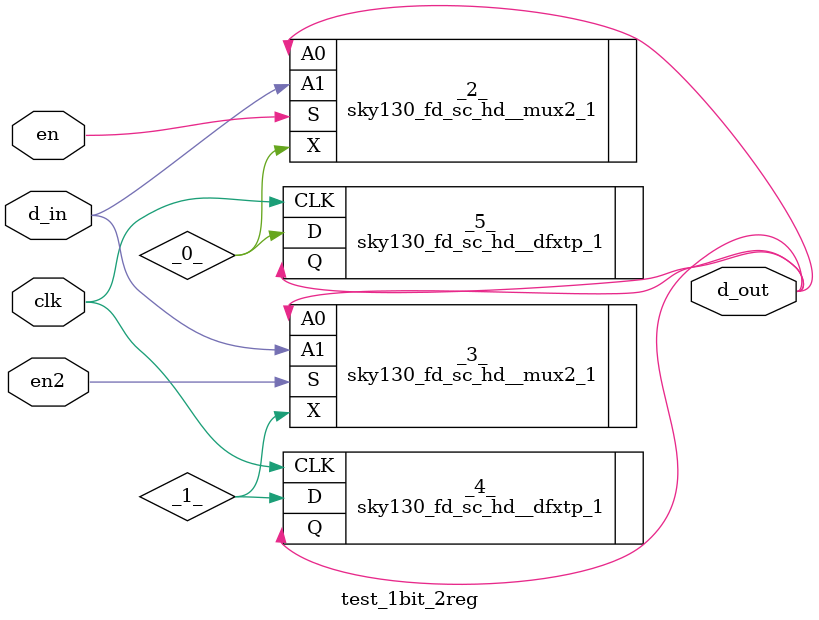
<source format=v>
/* Generated by Yosys 0.9 (git sha1 1979e0b) */

module test_1bit_2reg(d_in, clk, en, en2, d_out);
  wire _0_;
  wire _1_;
  input clk;
  input d_in;
  output d_out;
  input en;
  input en2;
  sky130_fd_sc_hd__mux2_1 _2_ (
    .A0(d_out),
    .A1(d_in),
    .S(en),
    .X(_0_)
  );
  sky130_fd_sc_hd__mux2_1 _3_ (
    .A0(d_out),
    .A1(d_in),
    .S(en2),
    .X(_1_)
  );
  sky130_fd_sc_hd__dfxtp_1 _4_ (
    .CLK(clk),
    .D(_1_),
    .Q(d_out)
  );
  sky130_fd_sc_hd__dfxtp_1 _5_ (
    .CLK(clk),
    .D(_0_),
    .Q(d_out)
  );
endmodule

</source>
